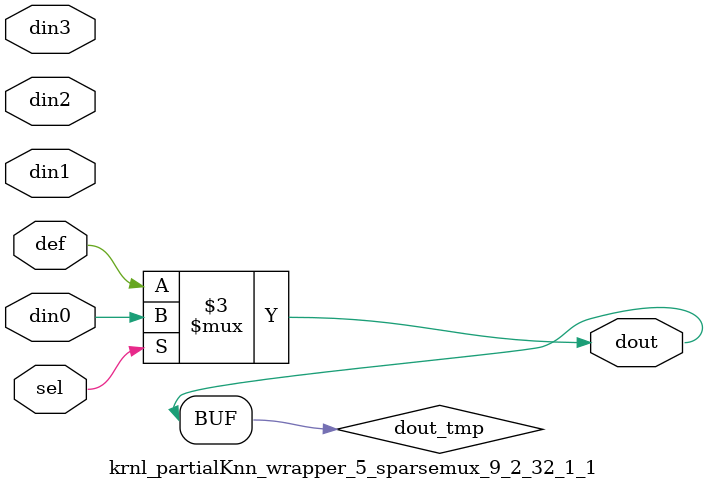
<source format=v>
`timescale 1 ns / 1 ps
module krnl_partialKnn_wrapper_5_sparsemux_9_2_32_1_1 (din0,din1,din2,din3,def,sel,dout);
parameter din0_WIDTH = 1;
parameter din1_WIDTH = 1;
parameter din2_WIDTH = 1;
parameter din3_WIDTH = 1;
parameter def_WIDTH = 1;
parameter sel_WIDTH = 1;
parameter dout_WIDTH = 1;
parameter [sel_WIDTH-1:0] CASE0 = 1;
parameter [sel_WIDTH-1:0] CASE1 = 1;
parameter [sel_WIDTH-1:0] CASE2 = 1;
parameter [sel_WIDTH-1:0] CASE3 = 1;
parameter ID = 1;
parameter NUM_STAGE = 1;
input [din0_WIDTH-1:0] din0;
input [din1_WIDTH-1:0] din1;
input [din2_WIDTH-1:0] din2;
input [din3_WIDTH-1:0] din3;
input [def_WIDTH-1:0] def;
input [sel_WIDTH-1:0] sel;
output [dout_WIDTH-1:0] dout;
reg [dout_WIDTH-1:0] dout_tmp;
always @ (*) begin
case (sel)
    
    CASE0 : dout_tmp = din0;
    
    CASE1 : dout_tmp = din1;
    
    CASE2 : dout_tmp = din2;
    
    CASE3 : dout_tmp = din3;
    
    default : dout_tmp = def;
endcase
end
assign dout = dout_tmp;
endmodule
</source>
